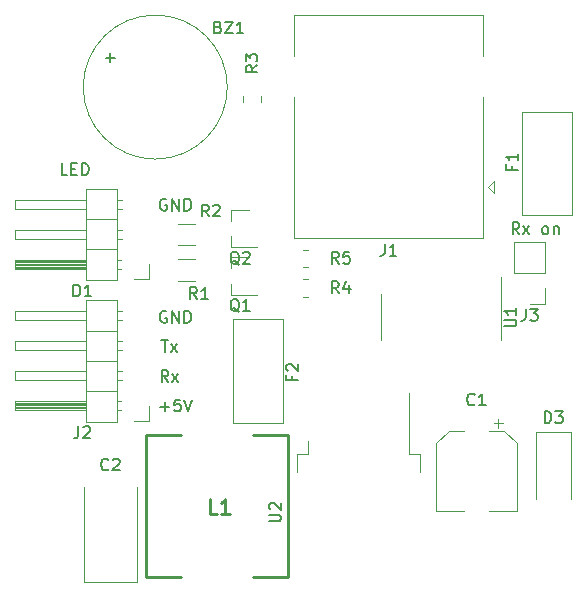
<source format=gto>
%TF.GenerationSoftware,KiCad,Pcbnew,5.1.9*%
%TF.CreationDate,2021-05-01T23:47:16+02:00*%
%TF.ProjectId,nfc_reader,6e66635f-7265-4616-9465-722e6b696361,rev?*%
%TF.SameCoordinates,Original*%
%TF.FileFunction,Legend,Top*%
%TF.FilePolarity,Positive*%
%FSLAX46Y46*%
G04 Gerber Fmt 4.6, Leading zero omitted, Abs format (unit mm)*
G04 Created by KiCad (PCBNEW 5.1.9) date 2021-05-01 23:47:16*
%MOMM*%
%LPD*%
G01*
G04 APERTURE LIST*
%ADD10C,0.150000*%
%ADD11C,0.120000*%
%ADD12C,0.254000*%
G04 APERTURE END LIST*
D10*
X146119047Y-111452380D02*
X145785714Y-110976190D01*
X145547619Y-111452380D02*
X145547619Y-110452380D01*
X145928571Y-110452380D01*
X146023809Y-110500000D01*
X146071428Y-110547619D01*
X146119047Y-110642857D01*
X146119047Y-110785714D01*
X146071428Y-110880952D01*
X146023809Y-110928571D01*
X145928571Y-110976190D01*
X145547619Y-110976190D01*
X146452380Y-111452380D02*
X146976190Y-110785714D01*
X146452380Y-110785714D02*
X146976190Y-111452380D01*
X148261904Y-111452380D02*
X148166666Y-111404761D01*
X148119047Y-111357142D01*
X148071428Y-111261904D01*
X148071428Y-110976190D01*
X148119047Y-110880952D01*
X148166666Y-110833333D01*
X148261904Y-110785714D01*
X148404761Y-110785714D01*
X148500000Y-110833333D01*
X148547619Y-110880952D01*
X148595238Y-110976190D01*
X148595238Y-111261904D01*
X148547619Y-111357142D01*
X148500000Y-111404761D01*
X148404761Y-111452380D01*
X148261904Y-111452380D01*
X149023809Y-110785714D02*
X149023809Y-111452380D01*
X149023809Y-110880952D02*
X149071428Y-110833333D01*
X149166666Y-110785714D01*
X149309523Y-110785714D01*
X149404761Y-110833333D01*
X149452380Y-110928571D01*
X149452380Y-111452380D01*
X116404761Y-123952380D02*
X116071428Y-123476190D01*
X115833333Y-123952380D02*
X115833333Y-122952380D01*
X116214285Y-122952380D01*
X116309523Y-123000000D01*
X116357142Y-123047619D01*
X116404761Y-123142857D01*
X116404761Y-123285714D01*
X116357142Y-123380952D01*
X116309523Y-123428571D01*
X116214285Y-123476190D01*
X115833333Y-123476190D01*
X116738095Y-123952380D02*
X117261904Y-123285714D01*
X116738095Y-123285714D02*
X117261904Y-123952380D01*
X115809523Y-120452380D02*
X116380952Y-120452380D01*
X116095238Y-121452380D02*
X116095238Y-120452380D01*
X116619047Y-121452380D02*
X117142857Y-120785714D01*
X116619047Y-120785714D02*
X117142857Y-121452380D01*
X116238095Y-118000000D02*
X116142857Y-117952380D01*
X116000000Y-117952380D01*
X115857142Y-118000000D01*
X115761904Y-118095238D01*
X115714285Y-118190476D01*
X115666666Y-118380952D01*
X115666666Y-118523809D01*
X115714285Y-118714285D01*
X115761904Y-118809523D01*
X115857142Y-118904761D01*
X116000000Y-118952380D01*
X116095238Y-118952380D01*
X116238095Y-118904761D01*
X116285714Y-118857142D01*
X116285714Y-118523809D01*
X116095238Y-118523809D01*
X116714285Y-118952380D02*
X116714285Y-117952380D01*
X117285714Y-118952380D01*
X117285714Y-117952380D01*
X117761904Y-118952380D02*
X117761904Y-117952380D01*
X118000000Y-117952380D01*
X118142857Y-118000000D01*
X118238095Y-118095238D01*
X118285714Y-118190476D01*
X118333333Y-118380952D01*
X118333333Y-118523809D01*
X118285714Y-118714285D01*
X118238095Y-118809523D01*
X118142857Y-118904761D01*
X118000000Y-118952380D01*
X117761904Y-118952380D01*
X115714285Y-126071428D02*
X116476190Y-126071428D01*
X116095238Y-126452380D02*
X116095238Y-125690476D01*
X117428571Y-125452380D02*
X116952380Y-125452380D01*
X116904761Y-125928571D01*
X116952380Y-125880952D01*
X117047619Y-125833333D01*
X117285714Y-125833333D01*
X117380952Y-125880952D01*
X117428571Y-125928571D01*
X117476190Y-126023809D01*
X117476190Y-126261904D01*
X117428571Y-126357142D01*
X117380952Y-126404761D01*
X117285714Y-126452380D01*
X117047619Y-126452380D01*
X116952380Y-126404761D01*
X116904761Y-126357142D01*
X117761904Y-125452380D02*
X118095238Y-126452380D01*
X118428571Y-125452380D01*
X116238095Y-108500000D02*
X116142857Y-108452380D01*
X116000000Y-108452380D01*
X115857142Y-108500000D01*
X115761904Y-108595238D01*
X115714285Y-108690476D01*
X115666666Y-108880952D01*
X115666666Y-109023809D01*
X115714285Y-109214285D01*
X115761904Y-109309523D01*
X115857142Y-109404761D01*
X116000000Y-109452380D01*
X116095238Y-109452380D01*
X116238095Y-109404761D01*
X116285714Y-109357142D01*
X116285714Y-109023809D01*
X116095238Y-109023809D01*
X116714285Y-109452380D02*
X116714285Y-108452380D01*
X117285714Y-109452380D01*
X117285714Y-108452380D01*
X117761904Y-109452380D02*
X117761904Y-108452380D01*
X118000000Y-108452380D01*
X118142857Y-108500000D01*
X118238095Y-108595238D01*
X118285714Y-108690476D01*
X118333333Y-108880952D01*
X118333333Y-109023809D01*
X118285714Y-109214285D01*
X118238095Y-109309523D01*
X118142857Y-109404761D01*
X118000000Y-109452380D01*
X117761904Y-109452380D01*
X107857142Y-106452380D02*
X107380952Y-106452380D01*
X107380952Y-105452380D01*
X108190476Y-105928571D02*
X108523809Y-105928571D01*
X108666666Y-106452380D02*
X108190476Y-106452380D01*
X108190476Y-105452380D01*
X108666666Y-105452380D01*
X109095238Y-106452380D02*
X109095238Y-105452380D01*
X109333333Y-105452380D01*
X109476190Y-105500000D01*
X109571428Y-105595238D01*
X109619047Y-105690476D01*
X109666666Y-105880952D01*
X109666666Y-106023809D01*
X109619047Y-106214285D01*
X109571428Y-106309523D01*
X109476190Y-106404761D01*
X109333333Y-106452380D01*
X109095238Y-106452380D01*
D11*
%TO.C,J3*%
X148330000Y-112130000D02*
X145670000Y-112130000D01*
X148330000Y-114730000D02*
X148330000Y-112130000D01*
X145670000Y-114730000D02*
X145670000Y-112130000D01*
X148330000Y-114730000D02*
X145670000Y-114730000D01*
X148330000Y-116000000D02*
X148330000Y-117330000D01*
X148330000Y-117330000D02*
X147000000Y-117330000D01*
%TO.C,D1*%
X112060000Y-115330000D02*
X112060000Y-107590000D01*
X112060000Y-107590000D02*
X109400000Y-107590000D01*
X109400000Y-107590000D02*
X109400000Y-115330000D01*
X109400000Y-115330000D02*
X112060000Y-115330000D01*
X109400000Y-114380000D02*
X103400000Y-114380000D01*
X103400000Y-114380000D02*
X103400000Y-113620000D01*
X103400000Y-113620000D02*
X109400000Y-113620000D01*
X109400000Y-114320000D02*
X103400000Y-114320000D01*
X109400000Y-114200000D02*
X103400000Y-114200000D01*
X109400000Y-114080000D02*
X103400000Y-114080000D01*
X109400000Y-113960000D02*
X103400000Y-113960000D01*
X109400000Y-113840000D02*
X103400000Y-113840000D01*
X109400000Y-113720000D02*
X103400000Y-113720000D01*
X112390000Y-114380000D02*
X112060000Y-114380000D01*
X112390000Y-113620000D02*
X112060000Y-113620000D01*
X112060000Y-112730000D02*
X109400000Y-112730000D01*
X109400000Y-111840000D02*
X103400000Y-111840000D01*
X103400000Y-111840000D02*
X103400000Y-111080000D01*
X103400000Y-111080000D02*
X109400000Y-111080000D01*
X112457071Y-111840000D02*
X112060000Y-111840000D01*
X112457071Y-111080000D02*
X112060000Y-111080000D01*
X112060000Y-110190000D02*
X109400000Y-110190000D01*
X109400000Y-109300000D02*
X103400000Y-109300000D01*
X103400000Y-109300000D02*
X103400000Y-108540000D01*
X103400000Y-108540000D02*
X109400000Y-108540000D01*
X112457071Y-109300000D02*
X112060000Y-109300000D01*
X112457071Y-108540000D02*
X112060000Y-108540000D01*
X114770000Y-114000000D02*
X114770000Y-115270000D01*
X114770000Y-115270000D02*
X113500000Y-115270000D01*
%TO.C,U2*%
X137700000Y-131550000D02*
X137700000Y-130050000D01*
X137700000Y-130050000D02*
X136750000Y-130050000D01*
X136750000Y-130050000D02*
X136750000Y-124925000D01*
X127300000Y-131550000D02*
X127300000Y-130050000D01*
X127300000Y-130050000D02*
X128250000Y-130050000D01*
X128250000Y-130050000D02*
X128250000Y-128950000D01*
%TO.C,U1*%
X134440000Y-118500000D02*
X134440000Y-120450000D01*
X134440000Y-118500000D02*
X134440000Y-116550000D01*
X144560000Y-118500000D02*
X144560000Y-120450000D01*
X144560000Y-118500000D02*
X144560000Y-115050000D01*
%TO.C,R5*%
X128227064Y-114235000D02*
X127772936Y-114235000D01*
X128227064Y-112765000D02*
X127772936Y-112765000D01*
%TO.C,R4*%
X128227064Y-116735000D02*
X127772936Y-116735000D01*
X128227064Y-115265000D02*
X127772936Y-115265000D01*
%TO.C,R3*%
X122765000Y-100227064D02*
X122765000Y-99772936D01*
X124235000Y-100227064D02*
X124235000Y-99772936D01*
%TO.C,R2*%
X118689564Y-112410000D02*
X117235436Y-112410000D01*
X118689564Y-110590000D02*
X117235436Y-110590000D01*
%TO.C,R1*%
X118689564Y-115410000D02*
X117235436Y-115410000D01*
X118689564Y-113590000D02*
X117235436Y-113590000D01*
%TO.C,Q2*%
X121740000Y-109420000D02*
X121740000Y-110350000D01*
X121740000Y-112580000D02*
X121740000Y-111650000D01*
X121740000Y-112580000D02*
X123900000Y-112580000D01*
X121740000Y-109420000D02*
X123200000Y-109420000D01*
%TO.C,Q1*%
X121740000Y-113420000D02*
X121740000Y-114350000D01*
X121740000Y-116580000D02*
X121740000Y-115650000D01*
X121740000Y-116580000D02*
X123900000Y-116580000D01*
X121740000Y-113420000D02*
X123200000Y-113420000D01*
D12*
%TO.C,L1*%
X126500000Y-140500000D02*
X126500000Y-128500000D01*
X114500000Y-128500000D02*
X114500000Y-140500000D01*
X126500000Y-140500000D02*
X123550000Y-140500000D01*
X126500000Y-128500000D02*
X123550000Y-128500000D01*
X114500000Y-140500000D02*
X117450000Y-140500000D01*
X114500000Y-128500000D02*
X117450000Y-128500000D01*
D11*
%TO.C,J2*%
X112060000Y-127330000D02*
X112060000Y-117050000D01*
X112060000Y-117050000D02*
X109400000Y-117050000D01*
X109400000Y-117050000D02*
X109400000Y-127330000D01*
X109400000Y-127330000D02*
X112060000Y-127330000D01*
X109400000Y-126380000D02*
X103400000Y-126380000D01*
X103400000Y-126380000D02*
X103400000Y-125620000D01*
X103400000Y-125620000D02*
X109400000Y-125620000D01*
X109400000Y-126320000D02*
X103400000Y-126320000D01*
X109400000Y-126200000D02*
X103400000Y-126200000D01*
X109400000Y-126080000D02*
X103400000Y-126080000D01*
X109400000Y-125960000D02*
X103400000Y-125960000D01*
X109400000Y-125840000D02*
X103400000Y-125840000D01*
X109400000Y-125720000D02*
X103400000Y-125720000D01*
X112390000Y-126380000D02*
X112060000Y-126380000D01*
X112390000Y-125620000D02*
X112060000Y-125620000D01*
X112060000Y-124730000D02*
X109400000Y-124730000D01*
X109400000Y-123840000D02*
X103400000Y-123840000D01*
X103400000Y-123840000D02*
X103400000Y-123080000D01*
X103400000Y-123080000D02*
X109400000Y-123080000D01*
X112457071Y-123840000D02*
X112060000Y-123840000D01*
X112457071Y-123080000D02*
X112060000Y-123080000D01*
X112060000Y-122190000D02*
X109400000Y-122190000D01*
X109400000Y-121300000D02*
X103400000Y-121300000D01*
X103400000Y-121300000D02*
X103400000Y-120540000D01*
X103400000Y-120540000D02*
X109400000Y-120540000D01*
X112457071Y-121300000D02*
X112060000Y-121300000D01*
X112457071Y-120540000D02*
X112060000Y-120540000D01*
X112060000Y-119650000D02*
X109400000Y-119650000D01*
X109400000Y-118760000D02*
X103400000Y-118760000D01*
X103400000Y-118760000D02*
X103400000Y-118000000D01*
X103400000Y-118000000D02*
X109400000Y-118000000D01*
X112457071Y-118760000D02*
X112060000Y-118760000D01*
X112457071Y-118000000D02*
X112060000Y-118000000D01*
X114770000Y-126000000D02*
X114770000Y-127270000D01*
X114770000Y-127270000D02*
X113500000Y-127270000D01*
%TO.C,J1*%
X127045000Y-111780000D02*
X127045000Y-99850000D01*
X127045000Y-111780000D02*
X143065000Y-111780000D01*
X143065000Y-111780000D02*
X143065000Y-99850000D01*
X127045000Y-92910000D02*
X143065000Y-92910000D01*
X127045000Y-96350000D02*
X127045000Y-92910000D01*
X143433000Y-107500000D02*
X143941000Y-108008000D01*
X143941000Y-108008000D02*
X143941000Y-106992000D01*
X143941000Y-106992000D02*
X143433000Y-107500000D01*
X143065000Y-96350000D02*
X143065000Y-92910000D01*
%TO.C,F2*%
X126120000Y-118670000D02*
X126120000Y-127410000D01*
X126120000Y-118670000D02*
X121880000Y-118670000D01*
X121880000Y-127410000D02*
X126120000Y-127410000D01*
X121880000Y-127410000D02*
X121880000Y-118670000D01*
%TO.C,F1*%
X146380000Y-109830000D02*
X146380000Y-101090000D01*
X146380000Y-109830000D02*
X150620000Y-109830000D01*
X150620000Y-101090000D02*
X146380000Y-101090000D01*
X150620000Y-101090000D02*
X150620000Y-109830000D01*
%TO.C,D3*%
X150500000Y-133900000D02*
X150500000Y-128200000D01*
X150500000Y-128200000D02*
X147500000Y-128200000D01*
X147500000Y-128200000D02*
X147500000Y-133900000D01*
%TO.C,C2*%
X109240000Y-132850000D02*
X109240000Y-140910000D01*
X109240000Y-140910000D02*
X113760000Y-140910000D01*
X113760000Y-140910000D02*
X113760000Y-132850000D01*
%TO.C,C1*%
X139090000Y-134910000D02*
X141440000Y-134910000D01*
X145910000Y-134910000D02*
X143560000Y-134910000D01*
X145910000Y-129154437D02*
X145910000Y-134910000D01*
X139090000Y-129154437D02*
X139090000Y-134910000D01*
X140154437Y-128090000D02*
X141440000Y-128090000D01*
X144845563Y-128090000D02*
X143560000Y-128090000D01*
X144845563Y-128090000D02*
X145910000Y-129154437D01*
X140154437Y-128090000D02*
X139090000Y-129154437D01*
X144347500Y-127062500D02*
X144347500Y-127850000D01*
X144741250Y-127456250D02*
X143953750Y-127456250D01*
%TO.C,BZ1*%
X121400000Y-99000000D02*
G75*
G03*
X121400000Y-99000000I-6100000J0D01*
G01*
%TO.C,J3*%
D10*
X146666666Y-117782380D02*
X146666666Y-118496666D01*
X146619047Y-118639523D01*
X146523809Y-118734761D01*
X146380952Y-118782380D01*
X146285714Y-118782380D01*
X147047619Y-117782380D02*
X147666666Y-117782380D01*
X147333333Y-118163333D01*
X147476190Y-118163333D01*
X147571428Y-118210952D01*
X147619047Y-118258571D01*
X147666666Y-118353809D01*
X147666666Y-118591904D01*
X147619047Y-118687142D01*
X147571428Y-118734761D01*
X147476190Y-118782380D01*
X147190476Y-118782380D01*
X147095238Y-118734761D01*
X147047619Y-118687142D01*
%TO.C,D1*%
X108376904Y-116722380D02*
X108376904Y-115722380D01*
X108615000Y-115722380D01*
X108757857Y-115770000D01*
X108853095Y-115865238D01*
X108900714Y-115960476D01*
X108948333Y-116150952D01*
X108948333Y-116293809D01*
X108900714Y-116484285D01*
X108853095Y-116579523D01*
X108757857Y-116674761D01*
X108615000Y-116722380D01*
X108376904Y-116722380D01*
X109900714Y-116722380D02*
X109329285Y-116722380D01*
X109615000Y-116722380D02*
X109615000Y-115722380D01*
X109519761Y-115865238D01*
X109424523Y-115960476D01*
X109329285Y-116008095D01*
%TO.C,U2*%
X124952380Y-135761904D02*
X125761904Y-135761904D01*
X125857142Y-135714285D01*
X125904761Y-135666666D01*
X125952380Y-135571428D01*
X125952380Y-135380952D01*
X125904761Y-135285714D01*
X125857142Y-135238095D01*
X125761904Y-135190476D01*
X124952380Y-135190476D01*
X125047619Y-134761904D02*
X125000000Y-134714285D01*
X124952380Y-134619047D01*
X124952380Y-134380952D01*
X125000000Y-134285714D01*
X125047619Y-134238095D01*
X125142857Y-134190476D01*
X125238095Y-134190476D01*
X125380952Y-134238095D01*
X125952380Y-134809523D01*
X125952380Y-134190476D01*
%TO.C,U1*%
X144852380Y-119261904D02*
X145661904Y-119261904D01*
X145757142Y-119214285D01*
X145804761Y-119166666D01*
X145852380Y-119071428D01*
X145852380Y-118880952D01*
X145804761Y-118785714D01*
X145757142Y-118738095D01*
X145661904Y-118690476D01*
X144852380Y-118690476D01*
X145852380Y-117690476D02*
X145852380Y-118261904D01*
X145852380Y-117976190D02*
X144852380Y-117976190D01*
X144995238Y-118071428D01*
X145090476Y-118166666D01*
X145138095Y-118261904D01*
%TO.C,R5*%
X130833333Y-113952380D02*
X130500000Y-113476190D01*
X130261904Y-113952380D02*
X130261904Y-112952380D01*
X130642857Y-112952380D01*
X130738095Y-113000000D01*
X130785714Y-113047619D01*
X130833333Y-113142857D01*
X130833333Y-113285714D01*
X130785714Y-113380952D01*
X130738095Y-113428571D01*
X130642857Y-113476190D01*
X130261904Y-113476190D01*
X131738095Y-112952380D02*
X131261904Y-112952380D01*
X131214285Y-113428571D01*
X131261904Y-113380952D01*
X131357142Y-113333333D01*
X131595238Y-113333333D01*
X131690476Y-113380952D01*
X131738095Y-113428571D01*
X131785714Y-113523809D01*
X131785714Y-113761904D01*
X131738095Y-113857142D01*
X131690476Y-113904761D01*
X131595238Y-113952380D01*
X131357142Y-113952380D01*
X131261904Y-113904761D01*
X131214285Y-113857142D01*
%TO.C,R4*%
X130833333Y-116452380D02*
X130500000Y-115976190D01*
X130261904Y-116452380D02*
X130261904Y-115452380D01*
X130642857Y-115452380D01*
X130738095Y-115500000D01*
X130785714Y-115547619D01*
X130833333Y-115642857D01*
X130833333Y-115785714D01*
X130785714Y-115880952D01*
X130738095Y-115928571D01*
X130642857Y-115976190D01*
X130261904Y-115976190D01*
X131690476Y-115785714D02*
X131690476Y-116452380D01*
X131452380Y-115404761D02*
X131214285Y-116119047D01*
X131833333Y-116119047D01*
%TO.C,R3*%
X123952380Y-97166666D02*
X123476190Y-97500000D01*
X123952380Y-97738095D02*
X122952380Y-97738095D01*
X122952380Y-97357142D01*
X123000000Y-97261904D01*
X123047619Y-97214285D01*
X123142857Y-97166666D01*
X123285714Y-97166666D01*
X123380952Y-97214285D01*
X123428571Y-97261904D01*
X123476190Y-97357142D01*
X123476190Y-97738095D01*
X122952380Y-96833333D02*
X122952380Y-96214285D01*
X123333333Y-96547619D01*
X123333333Y-96404761D01*
X123380952Y-96309523D01*
X123428571Y-96261904D01*
X123523809Y-96214285D01*
X123761904Y-96214285D01*
X123857142Y-96261904D01*
X123904761Y-96309523D01*
X123952380Y-96404761D01*
X123952380Y-96690476D01*
X123904761Y-96785714D01*
X123857142Y-96833333D01*
%TO.C,R2*%
X119833333Y-109952380D02*
X119500000Y-109476190D01*
X119261904Y-109952380D02*
X119261904Y-108952380D01*
X119642857Y-108952380D01*
X119738095Y-109000000D01*
X119785714Y-109047619D01*
X119833333Y-109142857D01*
X119833333Y-109285714D01*
X119785714Y-109380952D01*
X119738095Y-109428571D01*
X119642857Y-109476190D01*
X119261904Y-109476190D01*
X120214285Y-109047619D02*
X120261904Y-109000000D01*
X120357142Y-108952380D01*
X120595238Y-108952380D01*
X120690476Y-109000000D01*
X120738095Y-109047619D01*
X120785714Y-109142857D01*
X120785714Y-109238095D01*
X120738095Y-109380952D01*
X120166666Y-109952380D01*
X120785714Y-109952380D01*
%TO.C,R1*%
X118833333Y-116952380D02*
X118500000Y-116476190D01*
X118261904Y-116952380D02*
X118261904Y-115952380D01*
X118642857Y-115952380D01*
X118738095Y-116000000D01*
X118785714Y-116047619D01*
X118833333Y-116142857D01*
X118833333Y-116285714D01*
X118785714Y-116380952D01*
X118738095Y-116428571D01*
X118642857Y-116476190D01*
X118261904Y-116476190D01*
X119785714Y-116952380D02*
X119214285Y-116952380D01*
X119500000Y-116952380D02*
X119500000Y-115952380D01*
X119404761Y-116095238D01*
X119309523Y-116190476D01*
X119214285Y-116238095D01*
%TO.C,Q2*%
X122404761Y-114047619D02*
X122309523Y-114000000D01*
X122214285Y-113904761D01*
X122071428Y-113761904D01*
X121976190Y-113714285D01*
X121880952Y-113714285D01*
X121928571Y-113952380D02*
X121833333Y-113904761D01*
X121738095Y-113809523D01*
X121690476Y-113619047D01*
X121690476Y-113285714D01*
X121738095Y-113095238D01*
X121833333Y-113000000D01*
X121928571Y-112952380D01*
X122119047Y-112952380D01*
X122214285Y-113000000D01*
X122309523Y-113095238D01*
X122357142Y-113285714D01*
X122357142Y-113619047D01*
X122309523Y-113809523D01*
X122214285Y-113904761D01*
X122119047Y-113952380D01*
X121928571Y-113952380D01*
X122738095Y-113047619D02*
X122785714Y-113000000D01*
X122880952Y-112952380D01*
X123119047Y-112952380D01*
X123214285Y-113000000D01*
X123261904Y-113047619D01*
X123309523Y-113142857D01*
X123309523Y-113238095D01*
X123261904Y-113380952D01*
X122690476Y-113952380D01*
X123309523Y-113952380D01*
%TO.C,Q1*%
X122404761Y-118047619D02*
X122309523Y-118000000D01*
X122214285Y-117904761D01*
X122071428Y-117761904D01*
X121976190Y-117714285D01*
X121880952Y-117714285D01*
X121928571Y-117952380D02*
X121833333Y-117904761D01*
X121738095Y-117809523D01*
X121690476Y-117619047D01*
X121690476Y-117285714D01*
X121738095Y-117095238D01*
X121833333Y-117000000D01*
X121928571Y-116952380D01*
X122119047Y-116952380D01*
X122214285Y-117000000D01*
X122309523Y-117095238D01*
X122357142Y-117285714D01*
X122357142Y-117619047D01*
X122309523Y-117809523D01*
X122214285Y-117904761D01*
X122119047Y-117952380D01*
X121928571Y-117952380D01*
X123309523Y-117952380D02*
X122738095Y-117952380D01*
X123023809Y-117952380D02*
X123023809Y-116952380D01*
X122928571Y-117095238D01*
X122833333Y-117190476D01*
X122738095Y-117238095D01*
%TO.C,L1*%
D12*
X120507333Y-135111523D02*
X119902571Y-135111523D01*
X119902571Y-133841523D01*
X121595904Y-135111523D02*
X120870190Y-135111523D01*
X121233047Y-135111523D02*
X121233047Y-133841523D01*
X121112095Y-134022952D01*
X120991142Y-134143904D01*
X120870190Y-134204380D01*
%TO.C,J2*%
D10*
X108781666Y-127722380D02*
X108781666Y-128436666D01*
X108734047Y-128579523D01*
X108638809Y-128674761D01*
X108495952Y-128722380D01*
X108400714Y-128722380D01*
X109210238Y-127817619D02*
X109257857Y-127770000D01*
X109353095Y-127722380D01*
X109591190Y-127722380D01*
X109686428Y-127770000D01*
X109734047Y-127817619D01*
X109781666Y-127912857D01*
X109781666Y-128008095D01*
X109734047Y-128150952D01*
X109162619Y-128722380D01*
X109781666Y-128722380D01*
%TO.C,J1*%
X134721666Y-112292380D02*
X134721666Y-113006666D01*
X134674047Y-113149523D01*
X134578809Y-113244761D01*
X134435952Y-113292380D01*
X134340714Y-113292380D01*
X135721666Y-113292380D02*
X135150238Y-113292380D01*
X135435952Y-113292380D02*
X135435952Y-112292380D01*
X135340714Y-112435238D01*
X135245476Y-112530476D01*
X135150238Y-112578095D01*
%TO.C,F2*%
X126878571Y-123483333D02*
X126878571Y-123816666D01*
X127402380Y-123816666D02*
X126402380Y-123816666D01*
X126402380Y-123340476D01*
X126497619Y-123007142D02*
X126450000Y-122959523D01*
X126402380Y-122864285D01*
X126402380Y-122626190D01*
X126450000Y-122530952D01*
X126497619Y-122483333D01*
X126592857Y-122435714D01*
X126688095Y-122435714D01*
X126830952Y-122483333D01*
X127402380Y-123054761D01*
X127402380Y-122435714D01*
%TO.C,F1*%
X145478571Y-105683333D02*
X145478571Y-106016666D01*
X146002380Y-106016666D02*
X145002380Y-106016666D01*
X145002380Y-105540476D01*
X146002380Y-104635714D02*
X146002380Y-105207142D01*
X146002380Y-104921428D02*
X145002380Y-104921428D01*
X145145238Y-105016666D01*
X145240476Y-105111904D01*
X145288095Y-105207142D01*
%TO.C,D3*%
X148261904Y-127452380D02*
X148261904Y-126452380D01*
X148500000Y-126452380D01*
X148642857Y-126500000D01*
X148738095Y-126595238D01*
X148785714Y-126690476D01*
X148833333Y-126880952D01*
X148833333Y-127023809D01*
X148785714Y-127214285D01*
X148738095Y-127309523D01*
X148642857Y-127404761D01*
X148500000Y-127452380D01*
X148261904Y-127452380D01*
X149166666Y-126452380D02*
X149785714Y-126452380D01*
X149452380Y-126833333D01*
X149595238Y-126833333D01*
X149690476Y-126880952D01*
X149738095Y-126928571D01*
X149785714Y-127023809D01*
X149785714Y-127261904D01*
X149738095Y-127357142D01*
X149690476Y-127404761D01*
X149595238Y-127452380D01*
X149309523Y-127452380D01*
X149214285Y-127404761D01*
X149166666Y-127357142D01*
%TO.C,C2*%
X111333333Y-131357142D02*
X111285714Y-131404761D01*
X111142857Y-131452380D01*
X111047619Y-131452380D01*
X110904761Y-131404761D01*
X110809523Y-131309523D01*
X110761904Y-131214285D01*
X110714285Y-131023809D01*
X110714285Y-130880952D01*
X110761904Y-130690476D01*
X110809523Y-130595238D01*
X110904761Y-130500000D01*
X111047619Y-130452380D01*
X111142857Y-130452380D01*
X111285714Y-130500000D01*
X111333333Y-130547619D01*
X111714285Y-130547619D02*
X111761904Y-130500000D01*
X111857142Y-130452380D01*
X112095238Y-130452380D01*
X112190476Y-130500000D01*
X112238095Y-130547619D01*
X112285714Y-130642857D01*
X112285714Y-130738095D01*
X112238095Y-130880952D01*
X111666666Y-131452380D01*
X112285714Y-131452380D01*
%TO.C,C1*%
X142333333Y-125857142D02*
X142285714Y-125904761D01*
X142142857Y-125952380D01*
X142047619Y-125952380D01*
X141904761Y-125904761D01*
X141809523Y-125809523D01*
X141761904Y-125714285D01*
X141714285Y-125523809D01*
X141714285Y-125380952D01*
X141761904Y-125190476D01*
X141809523Y-125095238D01*
X141904761Y-125000000D01*
X142047619Y-124952380D01*
X142142857Y-124952380D01*
X142285714Y-125000000D01*
X142333333Y-125047619D01*
X143285714Y-125952380D02*
X142714285Y-125952380D01*
X143000000Y-125952380D02*
X143000000Y-124952380D01*
X142904761Y-125095238D01*
X142809523Y-125190476D01*
X142714285Y-125238095D01*
%TO.C,BZ1*%
X120619047Y-93928571D02*
X120761904Y-93976190D01*
X120809523Y-94023809D01*
X120857142Y-94119047D01*
X120857142Y-94261904D01*
X120809523Y-94357142D01*
X120761904Y-94404761D01*
X120666666Y-94452380D01*
X120285714Y-94452380D01*
X120285714Y-93452380D01*
X120619047Y-93452380D01*
X120714285Y-93500000D01*
X120761904Y-93547619D01*
X120809523Y-93642857D01*
X120809523Y-93738095D01*
X120761904Y-93833333D01*
X120714285Y-93880952D01*
X120619047Y-93928571D01*
X120285714Y-93928571D01*
X121190476Y-93452380D02*
X121857142Y-93452380D01*
X121190476Y-94452380D01*
X121857142Y-94452380D01*
X122761904Y-94452380D02*
X122190476Y-94452380D01*
X122476190Y-94452380D02*
X122476190Y-93452380D01*
X122380952Y-93595238D01*
X122285714Y-93690476D01*
X122190476Y-93738095D01*
X111109047Y-96531428D02*
X111870952Y-96531428D01*
X111490000Y-96912380D02*
X111490000Y-96150476D01*
%TD*%
M02*

</source>
